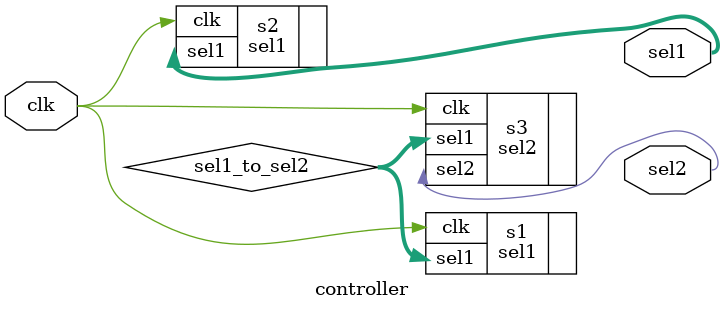
<source format=v>
module controller(
	input clk,
	output [5:0] sel1,
	output sel2
	);
	
	wire [5:0] sel1_to_sel2;
	
	sel1 s1(
		.clk(clk),
		.sel1(sel1_to_sel2)
		);
		
	sel1 s2(
		.clk(clk),
		.sel1(sel1)
		);
		
	sel2 s3(
		.clk(clk),
		.sel1(sel1_to_sel2),
		.sel2(sel2)
		);
	
endmodule
</source>
